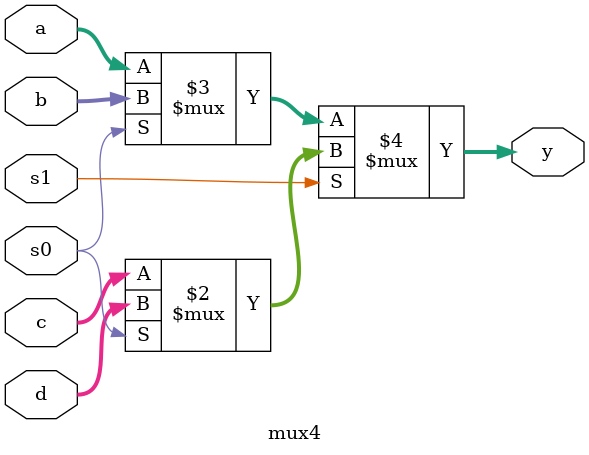
<source format=v>
module mux4 #(parameter V=32 )

(       input      [V-1:0]  a,b,c,d,
        input               s0,s1,
        output reg [V-1:0]  y);

always @(*)
begin

	y = s1 ? (s0?d:c) : (s0?b:a);
	
end
endmodule

</source>
